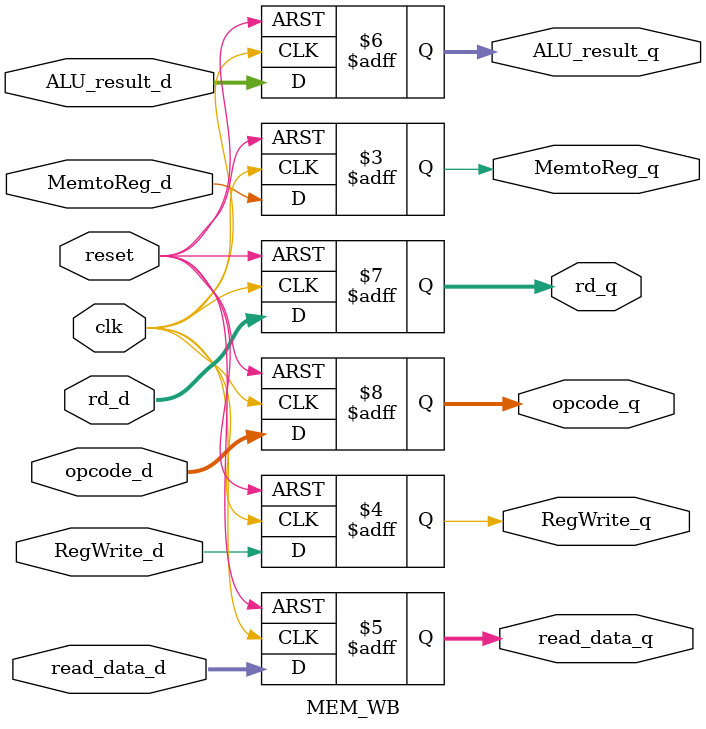
<source format=v>
`timescale 1ns / 1ps

module MEM_WB(
input clk,
input reset,
input MemtoReg_d, RegWrite_d, // WB
input [31:0] read_data_d,ALU_result_d,
input [4:0] rd_d,
input [5:0] opcode_d,

output reg MemtoReg_q, RegWrite_q,  // WB
output reg [31:0] read_data_q,ALU_result_q,
output reg [4:0] rd_q,
output reg [5:0] opcode_q
);
    always @(posedge clk or negedge reset) begin
    if (!reset) begin
        MemtoReg_q    <= 0;
        RegWrite_q    <= 0;
        read_data_q   <= 32'b0;
        ALU_result_q  <= 32'b0;
        rd_q          <= 5'b0;
        opcode_q      <= 6'b0;
    end else begin
        MemtoReg_q    <= MemtoReg_d;
        RegWrite_q    <= RegWrite_d;
        read_data_q   <= read_data_d;
        ALU_result_q  <= ALU_result_d;
        rd_q          <= rd_d;
        opcode_q      <= opcode_d;
    end
end
endmodule

</source>
